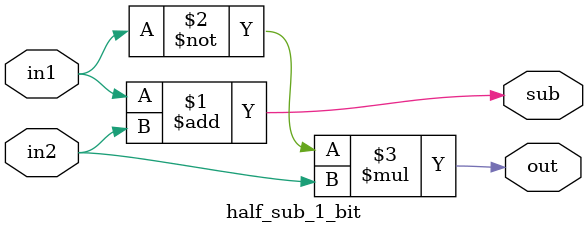
<source format=v>
module half_sub_1_bit(
  input in1, in2,
  output sub, out
  );
  
  //always @* begin
    assign sub = in1+in2;
    assign out = ~in1*in2;
  //end
  
endmodule

</source>
